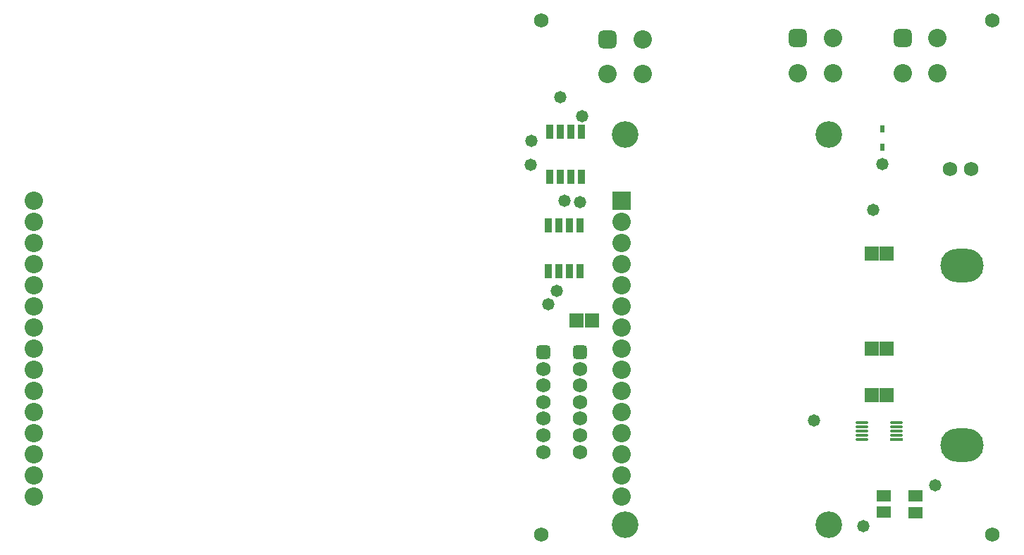
<source format=gbr>
%FSTAX23Y23*%
%MOMM*%
%SFA1B1*%

%IPPOS*%
%AMD15*
4,1,8,-0.601980,-0.175260,0.601980,-0.175260,0.777240,0.000000,0.777240,0.000000,0.601980,0.175260,-0.601980,0.175260,-0.777240,0.000000,-0.777240,0.000000,-0.601980,-0.175260,0.0*
1,1,0.350000,-0.601980,0.000000*
1,1,0.350000,0.601980,0.000000*
1,1,0.350000,0.601980,0.000000*
1,1,0.350000,-0.601980,0.000000*
%
%AMD39*
4,1,8,0.599440,2.001520,-0.599440,2.001520,-2.600960,0.000000,-2.600960,0.000000,-0.599440,-2.001520,0.599440,-2.001520,2.600960,0.000000,2.600960,0.000000,0.599440,2.001520,0.0*
1,1,4.003200,0.599440,0.000000*
1,1,4.003200,-0.599440,0.000000*
1,1,4.003200,-0.599440,0.000000*
1,1,4.003200,0.599440,0.000000*
%
%AMD41*
4,1,8,0.381000,0.863600,-0.381000,0.863600,-0.863600,0.381000,-0.863600,-0.381000,-0.381000,-0.863600,0.381000,-0.863600,0.863600,-0.381000,0.863600,0.381000,0.381000,0.863600,0.0*
1,1,0.965200,0.381000,0.381000*
1,1,0.965200,-0.381000,0.381000*
1,1,0.965200,-0.381000,-0.381000*
1,1,0.965200,0.381000,-0.381000*
%
%AMD42*
4,1,8,0.500380,1.102360,-0.500380,1.102360,-1.102360,0.500380,-1.102360,-0.500380,-0.500380,-1.102360,0.500380,-1.102360,1.102360,-0.500380,1.102360,0.500380,0.500380,1.102360,0.0*
1,1,1.203200,0.500380,0.500380*
1,1,1.203200,-0.500380,0.500380*
1,1,1.203200,-0.500380,-0.500380*
1,1,1.203200,0.500380,-0.500380*
%
%ADD11R,0.539999X0.859998*%
%ADD14R,1.556497X0.349999*%
G04~CAMADD=15~8~0.0~0.0~612.8~137.8~68.9~0.0~15~0.0~0.0~0.0~0.0~0~0.0~0.0~0.0~0.0~0~0.0~0.0~0.0~180.0~612.0~137.0*
%ADD15D15*%
%ADD33R,0.853198X1.728197*%
%ADD34R,1.653197X1.403197*%
%ADD35R,1.703197X1.753196*%
%ADD36R,2.203196X2.203196*%
%ADD37C,2.203196*%
%ADD38C,3.203194*%
G04~CAMADD=39~8~0.0~0.0~2048.5~1576.1~788.0~0.0~15~0.0~0.0~0.0~0.0~0~0.0~0.0~0.0~0.0~0~0.0~0.0~0.0~0.0~2048.5~1576.1*
%ADD39D39*%
%ADD40C,1.727197*%
G04~CAMADD=41~8~0.0~0.0~680.0~680.0~190.0~0.0~15~0.0~0.0~0.0~0.0~0~0.0~0.0~0.0~0.0~0~0.0~0.0~0.0~0.0~680.0~680.0*
%ADD41D41*%
G04~CAMADD=42~8~0.0~0.0~867.4~867.4~236.9~0.0~15~0.0~0.0~0.0~0.0~0~0.0~0.0~0.0~0.0~0~0.0~0.0~0.0~0.0~867.4~867.4*
%ADD42D42*%
%ADD43C,1.727197*%
%ADD44C,1.473197*%
%LNecu_freio_2024_equipe_imperador_soldermask_top-1*%
%LPD*%
G54D11*
X112649Y102362D03*
Y104501D03*
G54D14*
X114368Y67198D03*
G54D15*
X114368Y67698D03*
Y68199D03*
Y68698D03*
Y69198D03*
X110167D03*
Y68698D03*
Y68199D03*
Y67698D03*
Y67198D03*
G54D33*
X76454Y104185D03*
X75184D03*
X73914D03*
X72644D03*
Y9876D03*
X73914D03*
X75184D03*
X76454D03*
X72517Y87457D03*
X73787D03*
X75057D03*
X76327D03*
Y92882D03*
X75057D03*
X73787D03*
X72517D03*
G54D34*
X116586Y60419D03*
Y5842D03*
X112776Y58435D03*
Y60435D03*
G54D35*
X113157Y78105D03*
X111356D03*
X77734Y81534D03*
X75935D03*
X111367Y89535D03*
X113167D03*
Y72517D03*
X111367D03*
G54D36*
X8128Y95905D03*
G54D37*
X8128Y93365D03*
Y90825D03*
Y88285D03*
Y85745D03*
Y83205D03*
Y80665D03*
Y78125D03*
Y75585D03*
Y73045D03*
Y70505D03*
Y67965D03*
Y65425D03*
Y62885D03*
Y60345D03*
X10668Y95905D03*
Y93365D03*
Y90825D03*
Y88285D03*
Y85745D03*
Y83205D03*
Y80665D03*
Y78125D03*
Y75585D03*
Y73045D03*
Y70505D03*
Y67965D03*
Y65425D03*
Y62885D03*
Y60345D03*
X102489Y111252D03*
X106688Y115451D03*
Y111252D03*
X7962Y111116D03*
X8382Y115316D03*
Y111116D03*
X115053Y111252D03*
X119253Y115451D03*
Y111252D03*
G54D38*
X81699Y56916D03*
X106209D03*
Y103865D03*
X81699D03*
G54D39*
X122174Y66548D03*
Y88138D03*
G54D40*
X123317Y99695D03*
X120777D03*
X76327Y65659D03*
Y67691D03*
Y6969D03*
Y7169D03*
Y7369D03*
Y7569D03*
X71882Y65659D03*
Y67691D03*
Y6969D03*
Y7169D03*
Y7369D03*
Y7569D03*
G54D41*
X76327Y7769D03*
X71882D03*
G54D42*
X102489Y115451D03*
X7962Y115316D03*
X115053Y115451D03*
G54D43*
X125857Y117602D03*
Y55753D03*
X71628D03*
Y117602D03*
G54D44*
X72517Y83439D03*
X118999Y61722D03*
X111569Y94805D03*
X104394Y69469D03*
X70358Y100203D03*
X70485Y103124D03*
X74422Y95885D03*
X76327Y95758D03*
X76581Y106045D03*
X73914Y108331D03*
X110363Y56769D03*
X73533Y8509D03*
X112649Y100253D03*
M02*
</source>
